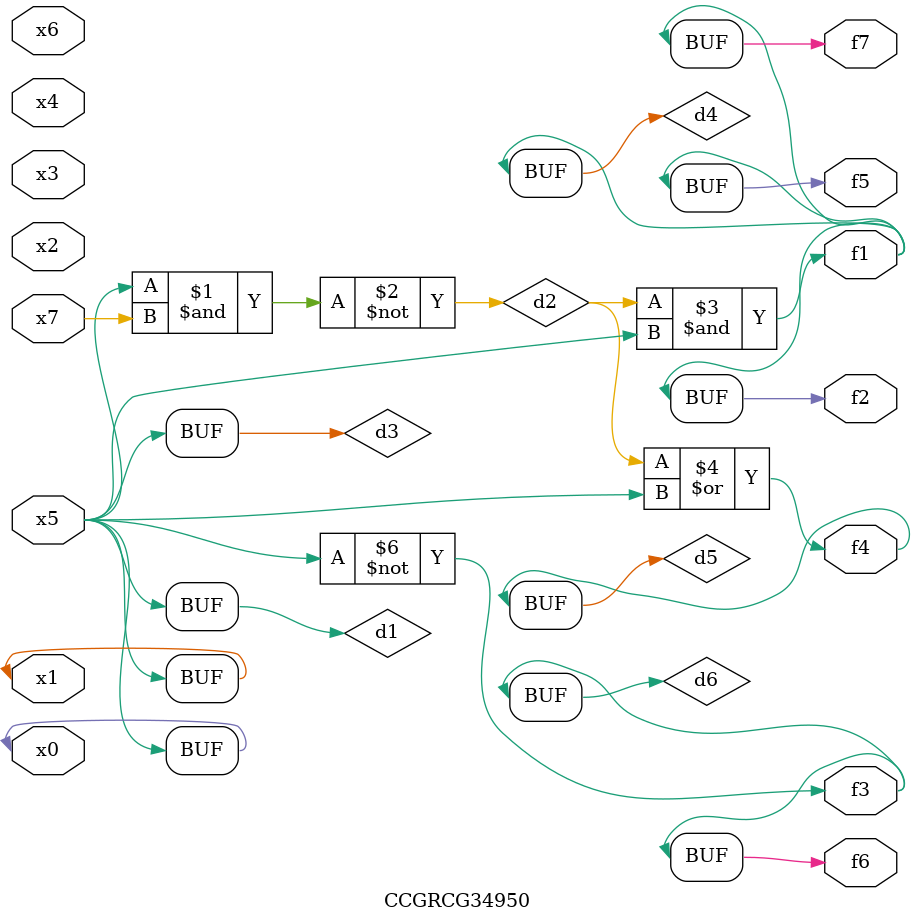
<source format=v>
module CCGRCG34950(
	input x0, x1, x2, x3, x4, x5, x6, x7,
	output f1, f2, f3, f4, f5, f6, f7
);

	wire d1, d2, d3, d4, d5, d6;

	buf (d1, x0, x5);
	nand (d2, x5, x7);
	buf (d3, x0, x1);
	and (d4, d2, d3);
	or (d5, d2, d3);
	nor (d6, d1, d3);
	assign f1 = d4;
	assign f2 = d4;
	assign f3 = d6;
	assign f4 = d5;
	assign f5 = d4;
	assign f6 = d6;
	assign f7 = d4;
endmodule

</source>
